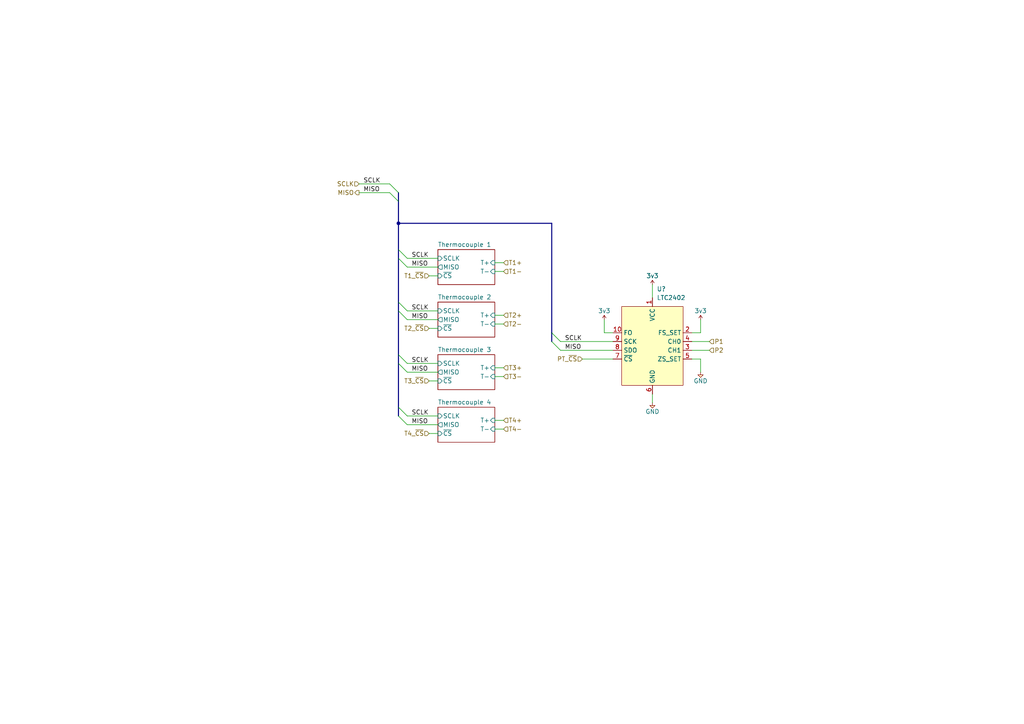
<source format=kicad_sch>
(kicad_sch (version 20211123) (generator eeschema)
  (paper "A4")
  (lib_symbols
    (symbol "Strix:LTC2402"
      (property "Reference" "U" (at 2.54 15.24 0))
      (property "Value" "LTC2402" (at 2.54 12.7 0))
      (symbol "LTC2402_0_0"
        (pin unspecified line (at 0 13.97 270) (length 2.54) (name "VCC") (number "1"))
        (pin unspecified line (at -11.43 3.81 0) (length 2.54) (name "FO") (number "10"))
        (pin unspecified line (at 11.43 3.81 180) (length 2.54) (name "FS_SET") (number "2"))
        (pin unspecified line (at 11.43 -1.27 180) (length 2.54) (name "CH1") (number "3"))
        (pin unspecified line (at 11.43 1.27 180) (length 2.54) (name "CH0") (number "4"))
        (pin unspecified line (at 11.43 -3.81 180) (length 2.54) (name "ZS_SET") (number "5"))
        (pin unspecified line (at 0 -13.97 90) (length 2.54) (name "GND") (number "6"))
        (pin unspecified line (at -11.43 -3.81 0) (length 2.54) (name "~{CS}") (number "7"))
        (pin unspecified line (at -11.43 -1.27 0) (length 2.54) (name "SDO") (number "8"))
        (pin unspecified line (at -11.43 1.27 0) (length 2.54) (name "SCK") (number "9"))
      )
      (symbol "LTC2402_0_1"
        (rectangle (start -8.89 11.43) (end 8.89 -11.43) (fill (type background)))
      )
    )
    (symbol "agg-kicad:3v3" (power) (pin_numbers hide) (pin_names (offset 1.016) hide)
      (property "Value" "3v3" (at 0 2.286 0))
      (symbol "3v3_0_1"
        (polyline (pts (xy 0 1.27) (xy 0.508 0.508)))
        (polyline (pts (xy 0 0) (xy 0 1.27) (xy -0.508 0.508)))
      )
      (symbol "3v3_1_1"
        (pin power_in line (at 0 0 180) (length 0) hide (name "3v3") (number "1"))
      )
    )
    (symbol "agg-kicad:GND" (power) (pin_numbers hide) (pin_names (offset 1.016) hide)
      (property "Value" "GND" (at 0 -2.54 0))
      (symbol "GND_0_1"
        (polyline (pts (xy 0 0) (xy 0 -0.762)))
        (polyline (pts (xy -0.762 -0.762) (xy 0.762 -0.762) (xy 0 -1.524) (xy -0.762 -0.762)) (fill (type background)))
      )
      (symbol "GND_1_1"
        (pin power_in line (at 0 0 180) (length 0) hide (name "GND") (number "1"))
      )
    )
  )
  (junction (at 115.57 64.77))
  (bus_entry (at 115.57 120.65) (size 2.54 2.54))
  (bus_entry (at 115.57 118.11) (size 2.54 2.54))
  (bus_entry (at 115.57 105.41) (size 2.54 2.54))
  (bus_entry (at 160.02 99.06) (size 2.54 2.54))
  (bus_entry (at 115.57 102.87) (size 2.54 2.54))
  (bus_entry (at 115.57 90.17) (size 2.54 2.54))
  (bus_entry (at 115.57 87.63) (size 2.54 2.54))
  (bus_entry (at 115.57 74.93) (size 2.54 2.54))
  (bus_entry (at 115.57 72.39) (size 2.54 2.54))
  (bus_entry (at 113.03 55.88) (size 2.54 2.54))
  (bus_entry (at 113.03 53.34) (size 2.54 2.54))
  (bus_entry (at 160.02 96.52) (size 2.54 2.54))
  (wire (pts (xy 168.91 104.14) (xy 177.8 104.14)))
  (bus (pts (xy 115.57 118.11) (xy 115.57 120.65)))
  (wire (pts (xy 104.14 55.88) (xy 113.03 55.88)))
  (bus (pts (xy 115.57 55.88) (xy 115.57 58.42)))
  (wire (pts (xy 118.11 74.93) (xy 127 74.93)))
  (wire (pts (xy 118.11 105.41) (xy 127 105.41)))
  (wire (pts (xy 189.23 114.3) (xy 189.23 116.84)))
  (bus (pts (xy 115.57 105.41) (xy 115.57 118.11)))
  (wire (pts (xy 124.46 110.49) (xy 127 110.49)))
  (wire (pts (xy 162.56 101.6) (xy 177.8 101.6)))
  (wire (pts (xy 143.51 109.22) (xy 146.05 109.22)))
  (wire (pts (xy 162.56 99.06) (xy 177.8 99.06)))
  (wire (pts (xy 143.51 78.74) (xy 146.05 78.74)))
  (bus (pts (xy 115.57 102.87) (xy 115.57 105.41)))
  (wire (pts (xy 143.51 93.98) (xy 146.05 93.98)))
  (wire (pts (xy 124.46 125.73) (xy 127 125.73)))
  (wire (pts (xy 143.51 91.44) (xy 146.05 91.44)))
  (wire (pts (xy 124.46 95.25) (xy 127 95.25)))
  (bus (pts (xy 115.57 72.39) (xy 115.57 74.93)))
  (wire (pts (xy 203.2 92.71) (xy 203.2 96.52)))
  (bus (pts (xy 160.02 64.77) (xy 160.02 96.52)))
  (wire (pts (xy 118.11 107.95) (xy 127 107.95)))
  (wire (pts (xy 118.11 92.71) (xy 127 92.71)))
  (wire (pts (xy 177.8 96.52) (xy 175.26 96.52)))
  (wire (pts (xy 143.51 76.2) (xy 146.05 76.2)))
  (bus (pts (xy 115.57 87.63) (xy 115.57 90.17)))
  (wire (pts (xy 175.26 92.71) (xy 175.26 96.52)))
  (wire (pts (xy 124.46 80.01) (xy 127 80.01)))
  (bus (pts (xy 160.02 64.77) (xy 115.57 64.77)))
  (wire (pts (xy 118.11 123.19) (xy 127 123.19)))
  (wire (pts (xy 118.11 120.65) (xy 127 120.65)))
  (bus (pts (xy 115.57 64.77) (xy 115.57 72.39)))
  (wire (pts (xy 189.23 82.55) (xy 189.23 86.36)))
  (bus (pts (xy 160.02 96.52) (xy 160.02 99.06)))
  (wire (pts (xy 143.51 124.46) (xy 146.05 124.46)))
  (wire (pts (xy 203.2 104.14) (xy 203.2 107.95)))
  (wire (pts (xy 143.51 121.92) (xy 146.05 121.92)))
  (wire (pts (xy 200.66 101.6) (xy 205.74 101.6)))
  (wire (pts (xy 118.11 90.17) (xy 127 90.17)))
  (wire (pts (xy 118.11 77.47) (xy 127 77.47)))
  (wire (pts (xy 200.66 104.14) (xy 203.2 104.14)))
  (bus (pts (xy 115.57 90.17) (xy 115.57 102.87)))
  (wire (pts (xy 104.14 53.34) (xy 113.03 53.34)))
  (wire (pts (xy 200.66 99.06) (xy 205.74 99.06)))
  (wire (pts (xy 200.66 96.52) (xy 203.2 96.52)))
  (bus (pts (xy 115.57 58.42) (xy 115.57 64.77)))
  (wire (pts (xy 143.51 106.68) (xy 146.05 106.68)))
  (bus (pts (xy 115.57 74.93) (xy 115.57 87.63)))
  (label "MISO" (at 105.3836 55.88 0))
  (label "MISO" (at 119.3536 123.19 0))
  (label "SCLK" (at 119.3536 105.41 0))
  (label "SCLK" (at 119.3536 120.65 0))
  (label "SCLK" (at 119.3536 74.93 0))
  (label "SCLK" (at 105.3836 53.34 0))
  (label "MISO" (at 119.3536 92.71 0))
  (label "MISO" (at 119.3536 77.47 0))
  (label "SCLK" (at 163.8036 99.06 0))
  (label "MISO" (at 119.3536 107.95 0))
  (label "SCLK" (at 119.3536 90.17 0))
  (label "MISO" (at 163.8036 101.6 0))
  (hierarchical_label "SCLK" (shape input) (at 104.14 53.34 180))
  (hierarchical_label "T1+" (shape input) (at 146.05 76.2 0))
  (hierarchical_label "T3+" (shape input) (at 146.05 106.68 0))
  (hierarchical_label "PT_~{CS}" (shape input) (at 168.91 104.14 180))
  (hierarchical_label "T1-" (shape input) (at 146.05 78.74 0))
  (hierarchical_label "P1" (shape input) (at 205.74 99.06 0))
  (hierarchical_label "T4_~{CS}" (shape input) (at 124.46 125.73 180))
  (hierarchical_label "T2-" (shape input) (at 146.05 93.98 0))
  (hierarchical_label "T3-" (shape input) (at 146.05 109.22 0))
  (hierarchical_label "P2" (shape input) (at 205.74 101.6 0))
  (hierarchical_label "T3_~{CS}" (shape input) (at 124.46 110.49 180))
  (hierarchical_label "T2_~{CS}" (shape input) (at 124.46 95.25 180))
  (hierarchical_label "T4-" (shape input) (at 146.05 124.46 0))
  (hierarchical_label "T1_~{CS}" (shape input) (at 124.46 80.01 180))
  (hierarchical_label "T4+" (shape input) (at 146.05 121.92 0))
  (hierarchical_label "T2+" (shape input) (at 146.05 91.44 0))
  (hierarchical_label "MISO" (shape output) (at 104.14 55.88 180))
  (symbol (lib_id "agg-kicad:3v3") (at 175.26 92.71 0) (unit 1)
    (property "Reference" "#PWR?" (effects hide))
    (property "Value" "3v3" (at 175.26 90.17 0))
  )
  (symbol (lib_id "agg-kicad:GND") (at 189.23 116.84 0) (unit 1)
    (property "Reference" "#PWR?" (effects hide))
    (property "Value" "GND" (at 189.23 119.38 0))
  )
  (symbol (lib_id "Strix:LTC2402") (at 189.23 100.33 0) (unit 1)
    (property "Reference" "U?" (at 190.5 83.82 0) (effects (justify left)))
    (property "Value" "LTC2402" (at 190.5 86.36 0) (effects (justify left)))
  )
  (symbol (lib_id "agg-kicad:GND") (at 203.2 107.95 0) (unit 1)
    (property "Reference" "#PWR?" (effects hide))
    (property "Value" "GND" (at 203.2 110.49 0))
  )
  (symbol (lib_id "agg-kicad:3v3") (at 189.23 82.55 0) (unit 1)
    (property "Reference" "#PWR?" (effects hide))
    (property "Value" "3v3" (at 189.23 80.01 0))
  )
  (symbol (lib_id "agg-kicad:3v3") (at 203.2 92.71 0) (unit 1)
    (property "Reference" "#PWR?" (effects hide))
    (property "Value" "3v3" (at 203.2 90.17 0))
  )
  (sheet (at 127 102.87) (size 16.51 10.16) (stroke (width 0.1524))
    (property "Sheet name" "Thermocouple 3" (at 127 102.1584 0) (effects (justify left bottom)))
    (property "Sheet file" "thermocouple.kicad_sch" (effects hide))
    (pin "SCLK" input (at 127 105.41 180))
    (pin "MISO" output (at 127 107.95 180))
    (pin "~{CS}" input (at 127 110.49 180))
    (pin "T+" input (at 143.51 106.68 0))
    (pin "T-" input (at 143.51 109.22 0))
  )
  (sheet (at 127 87.63) (size 16.51 10.16) (stroke (width 0.1524))
    (property "Sheet name" "Thermocouple 2" (at 127 86.9184 0) (effects (justify left bottom)))
    (property "Sheet file" "thermocouple.kicad_sch" (effects hide))
    (pin "SCLK" input (at 127 90.17 180))
    (pin "MISO" output (at 127 92.71 180))
    (pin "~{CS}" input (at 127 95.25 180))
    (pin "T+" input (at 143.51 91.44 0))
    (pin "T-" input (at 143.51 93.98 0))
  )
  (sheet (at 127 118.11) (size 16.51 10.16) (stroke (width 0.1524))
    (property "Sheet name" "Thermocouple 4" (at 127 117.3984 0) (effects (justify left bottom)))
    (property "Sheet file" "thermocouple.kicad_sch" (effects hide))
    (pin "SCLK" input (at 127 120.65 180))
    (pin "MISO" output (at 127 123.19 180))
    (pin "~{CS}" input (at 127 125.73 180))
    (pin "T+" input (at 143.51 121.92 0))
    (pin "T-" input (at 143.51 124.46 0))
  )
  (sheet (at 127 72.39) (size 16.51 10.16) (stroke (width 0.1524))
    (property "Sheet name" "Thermocouple 1" (at 127 71.6784 0) (effects (justify left bottom)))
    (property "Sheet file" "thermocouple.kicad_sch" (effects hide))
    (pin "SCLK" input (at 127 74.93 180))
    (pin "MISO" output (at 127 77.47 180))
    (pin "~{CS}" input (at 127 80.01 180))
    (pin "T+" input (at 143.51 76.2 0))
    (pin "T-" input (at 143.51 78.74 0))
  )
)
</source>
